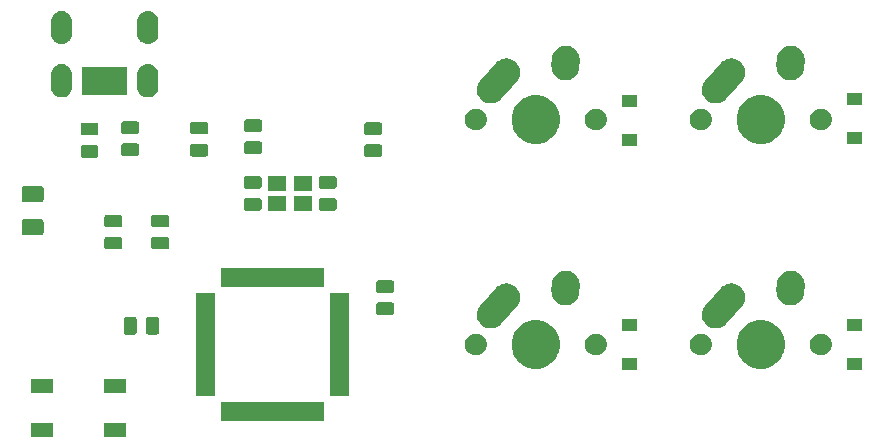
<source format=gbs>
G04 #@! TF.GenerationSoftware,KiCad,Pcbnew,(5.1.4)-1*
G04 #@! TF.CreationDate,2020-10-19T04:21:44-07:00*
G04 #@! TF.ProjectId,test-pcb,74657374-2d70-4636-922e-6b696361645f,rev?*
G04 #@! TF.SameCoordinates,Original*
G04 #@! TF.FileFunction,Soldermask,Bot*
G04 #@! TF.FilePolarity,Negative*
%FSLAX46Y46*%
G04 Gerber Fmt 4.6, Leading zero omitted, Abs format (unit mm)*
G04 Created by KiCad (PCBNEW (5.1.4)-1) date 2020-10-19 04:21:44*
%MOMM*%
%LPD*%
G04 APERTURE LIST*
%ADD10C,0.100000*%
G04 APERTURE END LIST*
D10*
G36*
X36765000Y-119727000D02*
G01*
X34863000Y-119727000D01*
X34863000Y-118525000D01*
X36765000Y-118525000D01*
X36765000Y-119727000D01*
X36765000Y-119727000D01*
G37*
G36*
X30565000Y-119727000D02*
G01*
X28663000Y-119727000D01*
X28663000Y-118525000D01*
X30565000Y-118525000D01*
X30565000Y-119727000D01*
X30565000Y-119727000D01*
G37*
G36*
X53475000Y-118419750D02*
G01*
X44823000Y-118419750D01*
X44823000Y-116817750D01*
X53475000Y-116817750D01*
X53475000Y-118419750D01*
X53475000Y-118419750D01*
G37*
G36*
X55650000Y-116244750D02*
G01*
X54048000Y-116244750D01*
X54048000Y-107592750D01*
X55650000Y-107592750D01*
X55650000Y-116244750D01*
X55650000Y-116244750D01*
G37*
G36*
X44250000Y-116244750D02*
G01*
X42648000Y-116244750D01*
X42648000Y-107592750D01*
X44250000Y-107592750D01*
X44250000Y-116244750D01*
X44250000Y-116244750D01*
G37*
G36*
X30565000Y-116027000D02*
G01*
X28663000Y-116027000D01*
X28663000Y-114825000D01*
X30565000Y-114825000D01*
X30565000Y-116027000D01*
X30565000Y-116027000D01*
G37*
G36*
X36765000Y-116027000D02*
G01*
X34863000Y-116027000D01*
X34863000Y-114825000D01*
X36765000Y-114825000D01*
X36765000Y-116027000D01*
X36765000Y-116027000D01*
G37*
G36*
X80026000Y-114069750D02*
G01*
X78724000Y-114069750D01*
X78724000Y-113067750D01*
X80026000Y-113067750D01*
X80026000Y-114069750D01*
X80026000Y-114069750D01*
G37*
G36*
X99076000Y-114069750D02*
G01*
X97774000Y-114069750D01*
X97774000Y-113067750D01*
X99076000Y-113067750D01*
X99076000Y-114069750D01*
X99076000Y-114069750D01*
G37*
G36*
X91083974Y-109952434D02*
G01*
X91301974Y-110042733D01*
X91456123Y-110106583D01*
X91791048Y-110330373D01*
X92075877Y-110615202D01*
X92299667Y-110950127D01*
X92347644Y-111065954D01*
X92453816Y-111322276D01*
X92532400Y-111717344D01*
X92532400Y-112120156D01*
X92453816Y-112515224D01*
X92402951Y-112638022D01*
X92299667Y-112887373D01*
X92075877Y-113222298D01*
X91791048Y-113507127D01*
X91456123Y-113730917D01*
X91301974Y-113794767D01*
X91083974Y-113885066D01*
X90688906Y-113963650D01*
X90286094Y-113963650D01*
X89891026Y-113885066D01*
X89673026Y-113794767D01*
X89518877Y-113730917D01*
X89183952Y-113507127D01*
X88899123Y-113222298D01*
X88675333Y-112887373D01*
X88572049Y-112638022D01*
X88521184Y-112515224D01*
X88442600Y-112120156D01*
X88442600Y-111717344D01*
X88521184Y-111322276D01*
X88627356Y-111065954D01*
X88675333Y-110950127D01*
X88899123Y-110615202D01*
X89183952Y-110330373D01*
X89518877Y-110106583D01*
X89673026Y-110042733D01*
X89891026Y-109952434D01*
X90286094Y-109873850D01*
X90688906Y-109873850D01*
X91083974Y-109952434D01*
X91083974Y-109952434D01*
G37*
G36*
X72033974Y-109952434D02*
G01*
X72251974Y-110042733D01*
X72406123Y-110106583D01*
X72741048Y-110330373D01*
X73025877Y-110615202D01*
X73249667Y-110950127D01*
X73297644Y-111065954D01*
X73403816Y-111322276D01*
X73482400Y-111717344D01*
X73482400Y-112120156D01*
X73403816Y-112515224D01*
X73352951Y-112638022D01*
X73249667Y-112887373D01*
X73025877Y-113222298D01*
X72741048Y-113507127D01*
X72406123Y-113730917D01*
X72251974Y-113794767D01*
X72033974Y-113885066D01*
X71638906Y-113963650D01*
X71236094Y-113963650D01*
X70841026Y-113885066D01*
X70623026Y-113794767D01*
X70468877Y-113730917D01*
X70133952Y-113507127D01*
X69849123Y-113222298D01*
X69625333Y-112887373D01*
X69522049Y-112638022D01*
X69471184Y-112515224D01*
X69392600Y-112120156D01*
X69392600Y-111717344D01*
X69471184Y-111322276D01*
X69577356Y-111065954D01*
X69625333Y-110950127D01*
X69849123Y-110615202D01*
X70133952Y-110330373D01*
X70468877Y-110106583D01*
X70623026Y-110042733D01*
X70841026Y-109952434D01*
X71236094Y-109873850D01*
X71638906Y-109873850D01*
X72033974Y-109952434D01*
X72033974Y-109952434D01*
G37*
G36*
X66627604Y-111028335D02*
G01*
X66796126Y-111098139D01*
X66947791Y-111199478D01*
X67076772Y-111328459D01*
X67178111Y-111480124D01*
X67247915Y-111648646D01*
X67283500Y-111827547D01*
X67283500Y-112009953D01*
X67247915Y-112188854D01*
X67178111Y-112357376D01*
X67076772Y-112509041D01*
X66947791Y-112638022D01*
X66796126Y-112739361D01*
X66627604Y-112809165D01*
X66448703Y-112844750D01*
X66266297Y-112844750D01*
X66087396Y-112809165D01*
X65918874Y-112739361D01*
X65767209Y-112638022D01*
X65638228Y-112509041D01*
X65536889Y-112357376D01*
X65467085Y-112188854D01*
X65431500Y-112009953D01*
X65431500Y-111827547D01*
X65467085Y-111648646D01*
X65536889Y-111480124D01*
X65638228Y-111328459D01*
X65767209Y-111199478D01*
X65918874Y-111098139D01*
X66087396Y-111028335D01*
X66266297Y-110992750D01*
X66448703Y-110992750D01*
X66627604Y-111028335D01*
X66627604Y-111028335D01*
G37*
G36*
X95837604Y-111028335D02*
G01*
X96006126Y-111098139D01*
X96157791Y-111199478D01*
X96286772Y-111328459D01*
X96388111Y-111480124D01*
X96457915Y-111648646D01*
X96493500Y-111827547D01*
X96493500Y-112009953D01*
X96457915Y-112188854D01*
X96388111Y-112357376D01*
X96286772Y-112509041D01*
X96157791Y-112638022D01*
X96006126Y-112739361D01*
X95837604Y-112809165D01*
X95658703Y-112844750D01*
X95476297Y-112844750D01*
X95297396Y-112809165D01*
X95128874Y-112739361D01*
X94977209Y-112638022D01*
X94848228Y-112509041D01*
X94746889Y-112357376D01*
X94677085Y-112188854D01*
X94641500Y-112009953D01*
X94641500Y-111827547D01*
X94677085Y-111648646D01*
X94746889Y-111480124D01*
X94848228Y-111328459D01*
X94977209Y-111199478D01*
X95128874Y-111098139D01*
X95297396Y-111028335D01*
X95476297Y-110992750D01*
X95658703Y-110992750D01*
X95837604Y-111028335D01*
X95837604Y-111028335D01*
G37*
G36*
X76787604Y-111028335D02*
G01*
X76956126Y-111098139D01*
X77107791Y-111199478D01*
X77236772Y-111328459D01*
X77338111Y-111480124D01*
X77407915Y-111648646D01*
X77443500Y-111827547D01*
X77443500Y-112009953D01*
X77407915Y-112188854D01*
X77338111Y-112357376D01*
X77236772Y-112509041D01*
X77107791Y-112638022D01*
X76956126Y-112739361D01*
X76787604Y-112809165D01*
X76608703Y-112844750D01*
X76426297Y-112844750D01*
X76247396Y-112809165D01*
X76078874Y-112739361D01*
X75927209Y-112638022D01*
X75798228Y-112509041D01*
X75696889Y-112357376D01*
X75627085Y-112188854D01*
X75591500Y-112009953D01*
X75591500Y-111827547D01*
X75627085Y-111648646D01*
X75696889Y-111480124D01*
X75798228Y-111328459D01*
X75927209Y-111199478D01*
X76078874Y-111098139D01*
X76247396Y-111028335D01*
X76426297Y-110992750D01*
X76608703Y-110992750D01*
X76787604Y-111028335D01*
X76787604Y-111028335D01*
G37*
G36*
X85677604Y-111028335D02*
G01*
X85846126Y-111098139D01*
X85997791Y-111199478D01*
X86126772Y-111328459D01*
X86228111Y-111480124D01*
X86297915Y-111648646D01*
X86333500Y-111827547D01*
X86333500Y-112009953D01*
X86297915Y-112188854D01*
X86228111Y-112357376D01*
X86126772Y-112509041D01*
X85997791Y-112638022D01*
X85846126Y-112739361D01*
X85677604Y-112809165D01*
X85498703Y-112844750D01*
X85316297Y-112844750D01*
X85137396Y-112809165D01*
X84968874Y-112739361D01*
X84817209Y-112638022D01*
X84688228Y-112509041D01*
X84586889Y-112357376D01*
X84517085Y-112188854D01*
X84481500Y-112009953D01*
X84481500Y-111827547D01*
X84517085Y-111648646D01*
X84586889Y-111480124D01*
X84688228Y-111328459D01*
X84817209Y-111199478D01*
X84968874Y-111098139D01*
X85137396Y-111028335D01*
X85316297Y-110992750D01*
X85498703Y-110992750D01*
X85677604Y-111028335D01*
X85677604Y-111028335D01*
G37*
G36*
X39345968Y-109584815D02*
G01*
X39384638Y-109596546D01*
X39420277Y-109615596D01*
X39451517Y-109641233D01*
X39477154Y-109672473D01*
X39496204Y-109708112D01*
X39507935Y-109746782D01*
X39512500Y-109793138D01*
X39512500Y-110869362D01*
X39507935Y-110915718D01*
X39496204Y-110954388D01*
X39477154Y-110990027D01*
X39451517Y-111021267D01*
X39420277Y-111046904D01*
X39384638Y-111065954D01*
X39345968Y-111077685D01*
X39299612Y-111082250D01*
X38648388Y-111082250D01*
X38602032Y-111077685D01*
X38563362Y-111065954D01*
X38527723Y-111046904D01*
X38496483Y-111021267D01*
X38470846Y-110990027D01*
X38451796Y-110954388D01*
X38440065Y-110915718D01*
X38435500Y-110869362D01*
X38435500Y-109793138D01*
X38440065Y-109746782D01*
X38451796Y-109708112D01*
X38470846Y-109672473D01*
X38496483Y-109641233D01*
X38527723Y-109615596D01*
X38563362Y-109596546D01*
X38602032Y-109584815D01*
X38648388Y-109580250D01*
X39299612Y-109580250D01*
X39345968Y-109584815D01*
X39345968Y-109584815D01*
G37*
G36*
X37470968Y-109584815D02*
G01*
X37509638Y-109596546D01*
X37545277Y-109615596D01*
X37576517Y-109641233D01*
X37602154Y-109672473D01*
X37621204Y-109708112D01*
X37632935Y-109746782D01*
X37637500Y-109793138D01*
X37637500Y-110869362D01*
X37632935Y-110915718D01*
X37621204Y-110954388D01*
X37602154Y-110990027D01*
X37576517Y-111021267D01*
X37545277Y-111046904D01*
X37509638Y-111065954D01*
X37470968Y-111077685D01*
X37424612Y-111082250D01*
X36773388Y-111082250D01*
X36727032Y-111077685D01*
X36688362Y-111065954D01*
X36652723Y-111046904D01*
X36621483Y-111021267D01*
X36595846Y-110990027D01*
X36576796Y-110954388D01*
X36565065Y-110915718D01*
X36560500Y-110869362D01*
X36560500Y-109793138D01*
X36565065Y-109746782D01*
X36576796Y-109708112D01*
X36595846Y-109672473D01*
X36621483Y-109641233D01*
X36652723Y-109615596D01*
X36688362Y-109596546D01*
X36727032Y-109584815D01*
X36773388Y-109580250D01*
X37424612Y-109580250D01*
X37470968Y-109584815D01*
X37470968Y-109584815D01*
G37*
G36*
X99076000Y-110769750D02*
G01*
X97774000Y-110769750D01*
X97774000Y-109767750D01*
X99076000Y-109767750D01*
X99076000Y-110769750D01*
X99076000Y-110769750D01*
G37*
G36*
X80026000Y-110769750D02*
G01*
X78724000Y-110769750D01*
X78724000Y-109767750D01*
X80026000Y-109767750D01*
X80026000Y-110769750D01*
X80026000Y-110769750D01*
G37*
G36*
X88010705Y-106742631D02*
G01*
X88016145Y-106742750D01*
X88103328Y-106742750D01*
X88119597Y-106745986D01*
X88138456Y-106748265D01*
X88155032Y-106748996D01*
X88239723Y-106769760D01*
X88245018Y-106770934D01*
X88330527Y-106787943D01*
X88345862Y-106794295D01*
X88363901Y-106800205D01*
X88380021Y-106804157D01*
X88459004Y-106841030D01*
X88463994Y-106843227D01*
X88544545Y-106876592D01*
X88558341Y-106885810D01*
X88574893Y-106895132D01*
X88589926Y-106902150D01*
X88660194Y-106953721D01*
X88664692Y-106956872D01*
X88737156Y-107005291D01*
X88748883Y-107017018D01*
X88763309Y-107029398D01*
X88776679Y-107039211D01*
X88776680Y-107039212D01*
X88835521Y-107103483D01*
X88839329Y-107107464D01*
X88900959Y-107169094D01*
X88910174Y-107182885D01*
X88921896Y-107197828D01*
X88933105Y-107210071D01*
X88978299Y-107284624D01*
X88981246Y-107289251D01*
X89029658Y-107361705D01*
X89036005Y-107377027D01*
X89044592Y-107393981D01*
X89053191Y-107408167D01*
X89082978Y-107490118D01*
X89084952Y-107495198D01*
X89118307Y-107575723D01*
X89118307Y-107575724D01*
X89121541Y-107591983D01*
X89126658Y-107610292D01*
X89132325Y-107625884D01*
X89145555Y-107712095D01*
X89146501Y-107717463D01*
X89163500Y-107802923D01*
X89163500Y-107819502D01*
X89164944Y-107838442D01*
X89167463Y-107854854D01*
X89163620Y-107941999D01*
X89163500Y-107947439D01*
X89163500Y-108034575D01*
X89160266Y-108050833D01*
X89157988Y-108069691D01*
X89157256Y-108086281D01*
X89136488Y-108170987D01*
X89135312Y-108176287D01*
X89118307Y-108261777D01*
X89111957Y-108277107D01*
X89106049Y-108295143D01*
X89102095Y-108311270D01*
X89065211Y-108390276D01*
X89063011Y-108395273D01*
X89029658Y-108475795D01*
X89020444Y-108489585D01*
X89011122Y-108506137D01*
X89004102Y-108521174D01*
X88952511Y-108591470D01*
X88949366Y-108595960D01*
X88900961Y-108668404D01*
X88843960Y-108725405D01*
X88839311Y-108730313D01*
X88269815Y-109365017D01*
X87514223Y-110207126D01*
X87386179Y-110324352D01*
X87287130Y-110384396D01*
X87188083Y-110444439D01*
X86970366Y-110523573D01*
X86741395Y-110558711D01*
X86509970Y-110548504D01*
X86284981Y-110493343D01*
X86180227Y-110444439D01*
X86075079Y-110395352D01*
X85978338Y-110324352D01*
X85888323Y-110258289D01*
X85813894Y-110176991D01*
X85731898Y-110087429D01*
X85650064Y-109952435D01*
X85611811Y-109889333D01*
X85532677Y-109671616D01*
X85497539Y-109442645D01*
X85507746Y-109211220D01*
X85562907Y-108986231D01*
X85614472Y-108875778D01*
X85660898Y-108776330D01*
X85660900Y-108776327D01*
X85763614Y-108636372D01*
X86518745Y-107794777D01*
X87050287Y-107202371D01*
X87061181Y-107188339D01*
X87074039Y-107169096D01*
X87131073Y-107112062D01*
X87135723Y-107107153D01*
X87150778Y-107090374D01*
X87172201Y-107070761D01*
X87176182Y-107066953D01*
X87237846Y-107005289D01*
X87251643Y-106996070D01*
X87266602Y-106984335D01*
X87278821Y-106973148D01*
X87310885Y-106953711D01*
X87353330Y-106927981D01*
X87357921Y-106925058D01*
X87430455Y-106876592D01*
X87445800Y-106870236D01*
X87462748Y-106861651D01*
X87476916Y-106853062D01*
X87476917Y-106853062D01*
X87476918Y-106853061D01*
X87558812Y-106823295D01*
X87563910Y-106821313D01*
X87644473Y-106787943D01*
X87660752Y-106784705D01*
X87679042Y-106779594D01*
X87694635Y-106773927D01*
X87780800Y-106760704D01*
X87786163Y-106759759D01*
X87871673Y-106742750D01*
X87888266Y-106742750D01*
X87907209Y-106741305D01*
X87923606Y-106738789D01*
X88010705Y-106742631D01*
X88010705Y-106742631D01*
G37*
G36*
X68960705Y-106742631D02*
G01*
X68966145Y-106742750D01*
X69053328Y-106742750D01*
X69069597Y-106745986D01*
X69088456Y-106748265D01*
X69105032Y-106748996D01*
X69189723Y-106769760D01*
X69195018Y-106770934D01*
X69280527Y-106787943D01*
X69295862Y-106794295D01*
X69313901Y-106800205D01*
X69330021Y-106804157D01*
X69409004Y-106841030D01*
X69413994Y-106843227D01*
X69494545Y-106876592D01*
X69508341Y-106885810D01*
X69524893Y-106895132D01*
X69539926Y-106902150D01*
X69610194Y-106953721D01*
X69614692Y-106956872D01*
X69687156Y-107005291D01*
X69698883Y-107017018D01*
X69713309Y-107029398D01*
X69726679Y-107039211D01*
X69726680Y-107039212D01*
X69785521Y-107103483D01*
X69789329Y-107107464D01*
X69850959Y-107169094D01*
X69860174Y-107182885D01*
X69871896Y-107197828D01*
X69883105Y-107210071D01*
X69928299Y-107284624D01*
X69931246Y-107289251D01*
X69979658Y-107361705D01*
X69986005Y-107377027D01*
X69994592Y-107393981D01*
X70003191Y-107408167D01*
X70032978Y-107490118D01*
X70034952Y-107495198D01*
X70068307Y-107575723D01*
X70068307Y-107575724D01*
X70071541Y-107591983D01*
X70076658Y-107610292D01*
X70082325Y-107625884D01*
X70095555Y-107712095D01*
X70096501Y-107717463D01*
X70113500Y-107802923D01*
X70113500Y-107819502D01*
X70114944Y-107838442D01*
X70117463Y-107854854D01*
X70113620Y-107941999D01*
X70113500Y-107947439D01*
X70113500Y-108034575D01*
X70110266Y-108050833D01*
X70107988Y-108069691D01*
X70107256Y-108086281D01*
X70086488Y-108170987D01*
X70085312Y-108176287D01*
X70068307Y-108261777D01*
X70061957Y-108277107D01*
X70056049Y-108295143D01*
X70052095Y-108311270D01*
X70015211Y-108390276D01*
X70013011Y-108395273D01*
X69979658Y-108475795D01*
X69970444Y-108489585D01*
X69961122Y-108506137D01*
X69954102Y-108521174D01*
X69902511Y-108591470D01*
X69899366Y-108595960D01*
X69850961Y-108668404D01*
X69793960Y-108725405D01*
X69789311Y-108730313D01*
X69219815Y-109365017D01*
X68464223Y-110207126D01*
X68336179Y-110324352D01*
X68237131Y-110384395D01*
X68138083Y-110444439D01*
X67920366Y-110523573D01*
X67691395Y-110558711D01*
X67459970Y-110548504D01*
X67234981Y-110493343D01*
X67130227Y-110444439D01*
X67025079Y-110395352D01*
X66928338Y-110324352D01*
X66838323Y-110258289D01*
X66763894Y-110176991D01*
X66681898Y-110087429D01*
X66600064Y-109952435D01*
X66561811Y-109889333D01*
X66482677Y-109671616D01*
X66447539Y-109442645D01*
X66457746Y-109211220D01*
X66512907Y-108986231D01*
X66564472Y-108875778D01*
X66610898Y-108776330D01*
X66610900Y-108776327D01*
X66713614Y-108636372D01*
X67468745Y-107794777D01*
X68000287Y-107202371D01*
X68011181Y-107188339D01*
X68024039Y-107169096D01*
X68081073Y-107112062D01*
X68085723Y-107107153D01*
X68100778Y-107090374D01*
X68122201Y-107070761D01*
X68126182Y-107066953D01*
X68187846Y-107005289D01*
X68201643Y-106996070D01*
X68216602Y-106984335D01*
X68228821Y-106973148D01*
X68260885Y-106953711D01*
X68303330Y-106927981D01*
X68307921Y-106925058D01*
X68380455Y-106876592D01*
X68395800Y-106870236D01*
X68412748Y-106861651D01*
X68426916Y-106853062D01*
X68426917Y-106853062D01*
X68426918Y-106853061D01*
X68508812Y-106823295D01*
X68513910Y-106821313D01*
X68594473Y-106787943D01*
X68610752Y-106784705D01*
X68629042Y-106779594D01*
X68644635Y-106773927D01*
X68730800Y-106760704D01*
X68736163Y-106759759D01*
X68821673Y-106742750D01*
X68838266Y-106742750D01*
X68857209Y-106741305D01*
X68873606Y-106738789D01*
X68960705Y-106742631D01*
X68960705Y-106742631D01*
G37*
G36*
X59258468Y-108353565D02*
G01*
X59297138Y-108365296D01*
X59332777Y-108384346D01*
X59364017Y-108409983D01*
X59389654Y-108441223D01*
X59408704Y-108476862D01*
X59420435Y-108515532D01*
X59425000Y-108561888D01*
X59425000Y-109213112D01*
X59420435Y-109259468D01*
X59408704Y-109298138D01*
X59389654Y-109333777D01*
X59364017Y-109365017D01*
X59332777Y-109390654D01*
X59297138Y-109409704D01*
X59258468Y-109421435D01*
X59212112Y-109426000D01*
X58135888Y-109426000D01*
X58089532Y-109421435D01*
X58050862Y-109409704D01*
X58015223Y-109390654D01*
X57983983Y-109365017D01*
X57958346Y-109333777D01*
X57939296Y-109298138D01*
X57927565Y-109259468D01*
X57923000Y-109213112D01*
X57923000Y-108561888D01*
X57927565Y-108515532D01*
X57939296Y-108476862D01*
X57958346Y-108441223D01*
X57983983Y-108409983D01*
X58015223Y-108384346D01*
X58050862Y-108365296D01*
X58089532Y-108353565D01*
X58135888Y-108349000D01*
X59212112Y-108349000D01*
X59258468Y-108353565D01*
X59258468Y-108353565D01*
G37*
G36*
X93115627Y-105661011D02*
G01*
X93136400Y-105662750D01*
X93143327Y-105662750D01*
X93238254Y-105681632D01*
X93241848Y-105682292D01*
X93337230Y-105698374D01*
X93343703Y-105700835D01*
X93363728Y-105706591D01*
X93370527Y-105707943D01*
X93432914Y-105733784D01*
X93459943Y-105744980D01*
X93463344Y-105746331D01*
X93553755Y-105780711D01*
X93559627Y-105784390D01*
X93578136Y-105793937D01*
X93584545Y-105796592D01*
X93665063Y-105850392D01*
X93668054Y-105852328D01*
X93750057Y-105903709D01*
X93755084Y-105908450D01*
X93771396Y-105921441D01*
X93777152Y-105925287D01*
X93845610Y-105993745D01*
X93848189Y-105996249D01*
X93918590Y-106062639D01*
X93922595Y-106068269D01*
X93936059Y-106084194D01*
X93940959Y-106089094D01*
X93994744Y-106169589D01*
X93996791Y-106172557D01*
X94052880Y-106251395D01*
X94055714Y-106257708D01*
X94065808Y-106275943D01*
X94069658Y-106281705D01*
X94106720Y-106371180D01*
X94108124Y-106374435D01*
X94147765Y-106462723D01*
X94149315Y-106469475D01*
X94155652Y-106489312D01*
X94158307Y-106495723D01*
X94166116Y-106534983D01*
X94177192Y-106590667D01*
X94177938Y-106594151D01*
X94199598Y-106688501D01*
X94199598Y-106688504D01*
X94199800Y-106695404D01*
X94202147Y-106716120D01*
X94203500Y-106722924D01*
X94203500Y-106819736D01*
X94203553Y-106823334D01*
X94204688Y-106862027D01*
X94203795Y-106874975D01*
X94203500Y-106883547D01*
X94203500Y-106954576D01*
X94197581Y-106984335D01*
X94197104Y-106986729D01*
X94195000Y-107002500D01*
X94156738Y-107557295D01*
X94127876Y-107728480D01*
X94045538Y-107945005D01*
X93922541Y-108141307D01*
X93763611Y-108309840D01*
X93574855Y-108444130D01*
X93363527Y-108539015D01*
X93137749Y-108590848D01*
X92906198Y-108597639D01*
X92906197Y-108597639D01*
X92860512Y-108589936D01*
X92677770Y-108559126D01*
X92461245Y-108476788D01*
X92264943Y-108353791D01*
X92096410Y-108194861D01*
X91962120Y-108006105D01*
X91867235Y-107794777D01*
X91815402Y-107568999D01*
X91810312Y-107395473D01*
X91851204Y-106802544D01*
X91851500Y-106793946D01*
X91851500Y-106722925D01*
X91856974Y-106695404D01*
X91870388Y-106627969D01*
X91871044Y-106624395D01*
X91876731Y-106590667D01*
X91887124Y-106529020D01*
X91889585Y-106522549D01*
X91895342Y-106502517D01*
X91896693Y-106495724D01*
X91903548Y-106479174D01*
X91933764Y-106406226D01*
X91935053Y-106402980D01*
X91969462Y-106312495D01*
X91973136Y-106306631D01*
X91982687Y-106288115D01*
X91985342Y-106281705D01*
X92039157Y-106201165D01*
X92041077Y-106198199D01*
X92092459Y-106116193D01*
X92097211Y-106111154D01*
X92110189Y-106094857D01*
X92114037Y-106089098D01*
X92182493Y-106020642D01*
X92185046Y-106018012D01*
X92205523Y-105996298D01*
X92251389Y-105947660D01*
X92257021Y-105943653D01*
X92272947Y-105930188D01*
X92277846Y-105925289D01*
X92358324Y-105871516D01*
X92361306Y-105869460D01*
X92440145Y-105813370D01*
X92446455Y-105810537D01*
X92464694Y-105800441D01*
X92470451Y-105796594D01*
X92470454Y-105796593D01*
X92470455Y-105796592D01*
X92559929Y-105759531D01*
X92563187Y-105758125D01*
X92651473Y-105718485D01*
X92658225Y-105716935D01*
X92678062Y-105710598D01*
X92684473Y-105707943D01*
X92779399Y-105689061D01*
X92782946Y-105688301D01*
X92877251Y-105666651D01*
X92879630Y-105666581D01*
X92884165Y-105666448D01*
X92904881Y-105664101D01*
X92911674Y-105662750D01*
X93008459Y-105662750D01*
X93012084Y-105662697D01*
X93108802Y-105659860D01*
X93115627Y-105661011D01*
X93115627Y-105661011D01*
G37*
G36*
X74065627Y-105661011D02*
G01*
X74086400Y-105662750D01*
X74093327Y-105662750D01*
X74188254Y-105681632D01*
X74191848Y-105682292D01*
X74287230Y-105698374D01*
X74293703Y-105700835D01*
X74313728Y-105706591D01*
X74320527Y-105707943D01*
X74382914Y-105733784D01*
X74409943Y-105744980D01*
X74413344Y-105746331D01*
X74503755Y-105780711D01*
X74509627Y-105784390D01*
X74528136Y-105793937D01*
X74534545Y-105796592D01*
X74615063Y-105850392D01*
X74618054Y-105852328D01*
X74700057Y-105903709D01*
X74705084Y-105908450D01*
X74721396Y-105921441D01*
X74727152Y-105925287D01*
X74795610Y-105993745D01*
X74798189Y-105996249D01*
X74868590Y-106062639D01*
X74872595Y-106068269D01*
X74886059Y-106084194D01*
X74890959Y-106089094D01*
X74944744Y-106169589D01*
X74946791Y-106172557D01*
X75002880Y-106251395D01*
X75005714Y-106257708D01*
X75015808Y-106275943D01*
X75019658Y-106281705D01*
X75056720Y-106371180D01*
X75058124Y-106374435D01*
X75097765Y-106462723D01*
X75099315Y-106469475D01*
X75105652Y-106489312D01*
X75108307Y-106495723D01*
X75116116Y-106534983D01*
X75127192Y-106590667D01*
X75127938Y-106594151D01*
X75149598Y-106688501D01*
X75149598Y-106688504D01*
X75149800Y-106695404D01*
X75152147Y-106716120D01*
X75153500Y-106722924D01*
X75153500Y-106819736D01*
X75153553Y-106823334D01*
X75154688Y-106862027D01*
X75153795Y-106874975D01*
X75153500Y-106883547D01*
X75153500Y-106954576D01*
X75147581Y-106984335D01*
X75147104Y-106986729D01*
X75145000Y-107002500D01*
X75106738Y-107557295D01*
X75077876Y-107728480D01*
X74995538Y-107945005D01*
X74872541Y-108141307D01*
X74713611Y-108309840D01*
X74524855Y-108444130D01*
X74313527Y-108539015D01*
X74087749Y-108590848D01*
X73856198Y-108597639D01*
X73856197Y-108597639D01*
X73810512Y-108589936D01*
X73627770Y-108559126D01*
X73411245Y-108476788D01*
X73214943Y-108353791D01*
X73046410Y-108194861D01*
X72912120Y-108006105D01*
X72817235Y-107794777D01*
X72765402Y-107568999D01*
X72760312Y-107395473D01*
X72801204Y-106802544D01*
X72801500Y-106793946D01*
X72801500Y-106722925D01*
X72806974Y-106695404D01*
X72820388Y-106627969D01*
X72821044Y-106624395D01*
X72826731Y-106590667D01*
X72837124Y-106529020D01*
X72839585Y-106522549D01*
X72845342Y-106502517D01*
X72846693Y-106495724D01*
X72853548Y-106479174D01*
X72883764Y-106406226D01*
X72885053Y-106402980D01*
X72919462Y-106312495D01*
X72923136Y-106306631D01*
X72932687Y-106288115D01*
X72935342Y-106281705D01*
X72989157Y-106201165D01*
X72991077Y-106198199D01*
X73042459Y-106116193D01*
X73047211Y-106111154D01*
X73060189Y-106094857D01*
X73064037Y-106089098D01*
X73132493Y-106020642D01*
X73135046Y-106018012D01*
X73155523Y-105996298D01*
X73201389Y-105947660D01*
X73207021Y-105943653D01*
X73222947Y-105930188D01*
X73227846Y-105925289D01*
X73308324Y-105871516D01*
X73311306Y-105869460D01*
X73390145Y-105813370D01*
X73396455Y-105810537D01*
X73414694Y-105800441D01*
X73420451Y-105796594D01*
X73420454Y-105796593D01*
X73420455Y-105796592D01*
X73509929Y-105759531D01*
X73513187Y-105758125D01*
X73601473Y-105718485D01*
X73608225Y-105716935D01*
X73628062Y-105710598D01*
X73634473Y-105707943D01*
X73729399Y-105689061D01*
X73732946Y-105688301D01*
X73827251Y-105666651D01*
X73829630Y-105666581D01*
X73834165Y-105666448D01*
X73854881Y-105664101D01*
X73861674Y-105662750D01*
X73958459Y-105662750D01*
X73962084Y-105662697D01*
X74058802Y-105659860D01*
X74065627Y-105661011D01*
X74065627Y-105661011D01*
G37*
G36*
X59258468Y-106478565D02*
G01*
X59297138Y-106490296D01*
X59332777Y-106509346D01*
X59364017Y-106534983D01*
X59389654Y-106566223D01*
X59408704Y-106601862D01*
X59420435Y-106640532D01*
X59425000Y-106686888D01*
X59425000Y-107338112D01*
X59420435Y-107384468D01*
X59408704Y-107423138D01*
X59389654Y-107458777D01*
X59364017Y-107490017D01*
X59332777Y-107515654D01*
X59297138Y-107534704D01*
X59258468Y-107546435D01*
X59212112Y-107551000D01*
X58135888Y-107551000D01*
X58089532Y-107546435D01*
X58050862Y-107534704D01*
X58015223Y-107515654D01*
X57983983Y-107490017D01*
X57958346Y-107458777D01*
X57939296Y-107423138D01*
X57927565Y-107384468D01*
X57923000Y-107338112D01*
X57923000Y-106686888D01*
X57927565Y-106640532D01*
X57939296Y-106601862D01*
X57958346Y-106566223D01*
X57983983Y-106534983D01*
X58015223Y-106509346D01*
X58050862Y-106490296D01*
X58089532Y-106478565D01*
X58135888Y-106474000D01*
X59212112Y-106474000D01*
X59258468Y-106478565D01*
X59258468Y-106478565D01*
G37*
G36*
X53475000Y-107019750D02*
G01*
X44823000Y-107019750D01*
X44823000Y-105417750D01*
X53475000Y-105417750D01*
X53475000Y-107019750D01*
X53475000Y-107019750D01*
G37*
G36*
X40208468Y-102797315D02*
G01*
X40247138Y-102809046D01*
X40282777Y-102828096D01*
X40314017Y-102853733D01*
X40339654Y-102884973D01*
X40358704Y-102920612D01*
X40370435Y-102959282D01*
X40375000Y-103005638D01*
X40375000Y-103656862D01*
X40370435Y-103703218D01*
X40358704Y-103741888D01*
X40339654Y-103777527D01*
X40314017Y-103808767D01*
X40282777Y-103834404D01*
X40247138Y-103853454D01*
X40208468Y-103865185D01*
X40162112Y-103869750D01*
X39085888Y-103869750D01*
X39039532Y-103865185D01*
X39000862Y-103853454D01*
X38965223Y-103834404D01*
X38933983Y-103808767D01*
X38908346Y-103777527D01*
X38889296Y-103741888D01*
X38877565Y-103703218D01*
X38873000Y-103656862D01*
X38873000Y-103005638D01*
X38877565Y-102959282D01*
X38889296Y-102920612D01*
X38908346Y-102884973D01*
X38933983Y-102853733D01*
X38965223Y-102828096D01*
X39000862Y-102809046D01*
X39039532Y-102797315D01*
X39085888Y-102792750D01*
X40162112Y-102792750D01*
X40208468Y-102797315D01*
X40208468Y-102797315D01*
G37*
G36*
X36239718Y-102797315D02*
G01*
X36278388Y-102809046D01*
X36314027Y-102828096D01*
X36345267Y-102853733D01*
X36370904Y-102884973D01*
X36389954Y-102920612D01*
X36401685Y-102959282D01*
X36406250Y-103005638D01*
X36406250Y-103656862D01*
X36401685Y-103703218D01*
X36389954Y-103741888D01*
X36370904Y-103777527D01*
X36345267Y-103808767D01*
X36314027Y-103834404D01*
X36278388Y-103853454D01*
X36239718Y-103865185D01*
X36193362Y-103869750D01*
X35117138Y-103869750D01*
X35070782Y-103865185D01*
X35032112Y-103853454D01*
X34996473Y-103834404D01*
X34965233Y-103808767D01*
X34939596Y-103777527D01*
X34920546Y-103741888D01*
X34908815Y-103703218D01*
X34904250Y-103656862D01*
X34904250Y-103005638D01*
X34908815Y-102959282D01*
X34920546Y-102920612D01*
X34939596Y-102884973D01*
X34965233Y-102853733D01*
X34996473Y-102828096D01*
X35032112Y-102809046D01*
X35070782Y-102797315D01*
X35117138Y-102792750D01*
X36193362Y-102792750D01*
X36239718Y-102797315D01*
X36239718Y-102797315D01*
G37*
G36*
X29597604Y-101309347D02*
G01*
X29634144Y-101320432D01*
X29667821Y-101338433D01*
X29697341Y-101362659D01*
X29721567Y-101392179D01*
X29739568Y-101425856D01*
X29750653Y-101462396D01*
X29755000Y-101506538D01*
X29755000Y-102455462D01*
X29750653Y-102499604D01*
X29739568Y-102536144D01*
X29721567Y-102569821D01*
X29697341Y-102599341D01*
X29667821Y-102623567D01*
X29634144Y-102641568D01*
X29597604Y-102652653D01*
X29553462Y-102657000D01*
X28104538Y-102657000D01*
X28060396Y-102652653D01*
X28023856Y-102641568D01*
X27990179Y-102623567D01*
X27960659Y-102599341D01*
X27936433Y-102569821D01*
X27918432Y-102536144D01*
X27907347Y-102499604D01*
X27903000Y-102455462D01*
X27903000Y-101506538D01*
X27907347Y-101462396D01*
X27918432Y-101425856D01*
X27936433Y-101392179D01*
X27960659Y-101362659D01*
X27990179Y-101338433D01*
X28023856Y-101320432D01*
X28060396Y-101309347D01*
X28104538Y-101305000D01*
X29553462Y-101305000D01*
X29597604Y-101309347D01*
X29597604Y-101309347D01*
G37*
G36*
X40208468Y-100922315D02*
G01*
X40247138Y-100934046D01*
X40282777Y-100953096D01*
X40314017Y-100978733D01*
X40339654Y-101009973D01*
X40358704Y-101045612D01*
X40370435Y-101084282D01*
X40375000Y-101130638D01*
X40375000Y-101781862D01*
X40370435Y-101828218D01*
X40358704Y-101866888D01*
X40339654Y-101902527D01*
X40314017Y-101933767D01*
X40282777Y-101959404D01*
X40247138Y-101978454D01*
X40208468Y-101990185D01*
X40162112Y-101994750D01*
X39085888Y-101994750D01*
X39039532Y-101990185D01*
X39000862Y-101978454D01*
X38965223Y-101959404D01*
X38933983Y-101933767D01*
X38908346Y-101902527D01*
X38889296Y-101866888D01*
X38877565Y-101828218D01*
X38873000Y-101781862D01*
X38873000Y-101130638D01*
X38877565Y-101084282D01*
X38889296Y-101045612D01*
X38908346Y-101009973D01*
X38933983Y-100978733D01*
X38965223Y-100953096D01*
X39000862Y-100934046D01*
X39039532Y-100922315D01*
X39085888Y-100917750D01*
X40162112Y-100917750D01*
X40208468Y-100922315D01*
X40208468Y-100922315D01*
G37*
G36*
X36239718Y-100922315D02*
G01*
X36278388Y-100934046D01*
X36314027Y-100953096D01*
X36345267Y-100978733D01*
X36370904Y-101009973D01*
X36389954Y-101045612D01*
X36401685Y-101084282D01*
X36406250Y-101130638D01*
X36406250Y-101781862D01*
X36401685Y-101828218D01*
X36389954Y-101866888D01*
X36370904Y-101902527D01*
X36345267Y-101933767D01*
X36314027Y-101959404D01*
X36278388Y-101978454D01*
X36239718Y-101990185D01*
X36193362Y-101994750D01*
X35117138Y-101994750D01*
X35070782Y-101990185D01*
X35032112Y-101978454D01*
X34996473Y-101959404D01*
X34965233Y-101933767D01*
X34939596Y-101902527D01*
X34920546Y-101866888D01*
X34908815Y-101828218D01*
X34904250Y-101781862D01*
X34904250Y-101130638D01*
X34908815Y-101084282D01*
X34920546Y-101045612D01*
X34939596Y-101009973D01*
X34965233Y-100978733D01*
X34996473Y-100953096D01*
X35032112Y-100934046D01*
X35070782Y-100922315D01*
X35117138Y-100917750D01*
X36193362Y-100917750D01*
X36239718Y-100922315D01*
X36239718Y-100922315D01*
G37*
G36*
X52492250Y-100624500D02*
G01*
X50990250Y-100624500D01*
X50990250Y-99322500D01*
X52492250Y-99322500D01*
X52492250Y-100624500D01*
X52492250Y-100624500D01*
G37*
G36*
X50292250Y-100624500D02*
G01*
X48790250Y-100624500D01*
X48790250Y-99322500D01*
X50292250Y-99322500D01*
X50292250Y-100624500D01*
X50292250Y-100624500D01*
G37*
G36*
X48050718Y-99527065D02*
G01*
X48089388Y-99538796D01*
X48125027Y-99557846D01*
X48156267Y-99583483D01*
X48181904Y-99614723D01*
X48200954Y-99650362D01*
X48212685Y-99689032D01*
X48217250Y-99735388D01*
X48217250Y-100386612D01*
X48212685Y-100432968D01*
X48200954Y-100471638D01*
X48181904Y-100507277D01*
X48156267Y-100538517D01*
X48125027Y-100564154D01*
X48089388Y-100583204D01*
X48050718Y-100594935D01*
X48004362Y-100599500D01*
X46928138Y-100599500D01*
X46881782Y-100594935D01*
X46843112Y-100583204D01*
X46807473Y-100564154D01*
X46776233Y-100538517D01*
X46750596Y-100507277D01*
X46731546Y-100471638D01*
X46719815Y-100432968D01*
X46715250Y-100386612D01*
X46715250Y-99735388D01*
X46719815Y-99689032D01*
X46731546Y-99650362D01*
X46750596Y-99614723D01*
X46776233Y-99583483D01*
X46807473Y-99557846D01*
X46843112Y-99538796D01*
X46881782Y-99527065D01*
X46928138Y-99522500D01*
X48004362Y-99522500D01*
X48050718Y-99527065D01*
X48050718Y-99527065D01*
G37*
G36*
X54400718Y-99527065D02*
G01*
X54439388Y-99538796D01*
X54475027Y-99557846D01*
X54506267Y-99583483D01*
X54531904Y-99614723D01*
X54550954Y-99650362D01*
X54562685Y-99689032D01*
X54567250Y-99735388D01*
X54567250Y-100386612D01*
X54562685Y-100432968D01*
X54550954Y-100471638D01*
X54531904Y-100507277D01*
X54506267Y-100538517D01*
X54475027Y-100564154D01*
X54439388Y-100583204D01*
X54400718Y-100594935D01*
X54354362Y-100599500D01*
X53278138Y-100599500D01*
X53231782Y-100594935D01*
X53193112Y-100583204D01*
X53157473Y-100564154D01*
X53126233Y-100538517D01*
X53100596Y-100507277D01*
X53081546Y-100471638D01*
X53069815Y-100432968D01*
X53065250Y-100386612D01*
X53065250Y-99735388D01*
X53069815Y-99689032D01*
X53081546Y-99650362D01*
X53100596Y-99614723D01*
X53126233Y-99583483D01*
X53157473Y-99557846D01*
X53193112Y-99538796D01*
X53231782Y-99527065D01*
X53278138Y-99522500D01*
X54354362Y-99522500D01*
X54400718Y-99527065D01*
X54400718Y-99527065D01*
G37*
G36*
X29597604Y-98509347D02*
G01*
X29634144Y-98520432D01*
X29667821Y-98538433D01*
X29697341Y-98562659D01*
X29721567Y-98592179D01*
X29739568Y-98625856D01*
X29750653Y-98662396D01*
X29755000Y-98706538D01*
X29755000Y-99655462D01*
X29750653Y-99699604D01*
X29739568Y-99736144D01*
X29721567Y-99769821D01*
X29697341Y-99799341D01*
X29667821Y-99823567D01*
X29634144Y-99841568D01*
X29597604Y-99852653D01*
X29553462Y-99857000D01*
X28104538Y-99857000D01*
X28060396Y-99852653D01*
X28023856Y-99841568D01*
X27990179Y-99823567D01*
X27960659Y-99799341D01*
X27936433Y-99769821D01*
X27918432Y-99736144D01*
X27907347Y-99699604D01*
X27903000Y-99655462D01*
X27903000Y-98706538D01*
X27907347Y-98662396D01*
X27918432Y-98625856D01*
X27936433Y-98592179D01*
X27960659Y-98562659D01*
X27990179Y-98538433D01*
X28023856Y-98520432D01*
X28060396Y-98509347D01*
X28104538Y-98505000D01*
X29553462Y-98505000D01*
X29597604Y-98509347D01*
X29597604Y-98509347D01*
G37*
G36*
X52492250Y-98924500D02*
G01*
X50990250Y-98924500D01*
X50990250Y-97622500D01*
X52492250Y-97622500D01*
X52492250Y-98924500D01*
X52492250Y-98924500D01*
G37*
G36*
X50292250Y-98924500D02*
G01*
X48790250Y-98924500D01*
X48790250Y-97622500D01*
X50292250Y-97622500D01*
X50292250Y-98924500D01*
X50292250Y-98924500D01*
G37*
G36*
X48050718Y-97652065D02*
G01*
X48089388Y-97663796D01*
X48125027Y-97682846D01*
X48156267Y-97708483D01*
X48181904Y-97739723D01*
X48200954Y-97775362D01*
X48212685Y-97814032D01*
X48217250Y-97860388D01*
X48217250Y-98511612D01*
X48212685Y-98557968D01*
X48200954Y-98596638D01*
X48181904Y-98632277D01*
X48156267Y-98663517D01*
X48125027Y-98689154D01*
X48089388Y-98708204D01*
X48050718Y-98719935D01*
X48004362Y-98724500D01*
X46928138Y-98724500D01*
X46881782Y-98719935D01*
X46843112Y-98708204D01*
X46807473Y-98689154D01*
X46776233Y-98663517D01*
X46750596Y-98632277D01*
X46731546Y-98596638D01*
X46719815Y-98557968D01*
X46715250Y-98511612D01*
X46715250Y-97860388D01*
X46719815Y-97814032D01*
X46731546Y-97775362D01*
X46750596Y-97739723D01*
X46776233Y-97708483D01*
X46807473Y-97682846D01*
X46843112Y-97663796D01*
X46881782Y-97652065D01*
X46928138Y-97647500D01*
X48004362Y-97647500D01*
X48050718Y-97652065D01*
X48050718Y-97652065D01*
G37*
G36*
X54400718Y-97652065D02*
G01*
X54439388Y-97663796D01*
X54475027Y-97682846D01*
X54506267Y-97708483D01*
X54531904Y-97739723D01*
X54550954Y-97775362D01*
X54562685Y-97814032D01*
X54567250Y-97860388D01*
X54567250Y-98511612D01*
X54562685Y-98557968D01*
X54550954Y-98596638D01*
X54531904Y-98632277D01*
X54506267Y-98663517D01*
X54475027Y-98689154D01*
X54439388Y-98708204D01*
X54400718Y-98719935D01*
X54354362Y-98724500D01*
X53278138Y-98724500D01*
X53231782Y-98719935D01*
X53193112Y-98708204D01*
X53157473Y-98689154D01*
X53126233Y-98663517D01*
X53100596Y-98632277D01*
X53081546Y-98596638D01*
X53069815Y-98557968D01*
X53065250Y-98511612D01*
X53065250Y-97860388D01*
X53069815Y-97814032D01*
X53081546Y-97775362D01*
X53100596Y-97739723D01*
X53126233Y-97708483D01*
X53157473Y-97682846D01*
X53193112Y-97663796D01*
X53231782Y-97652065D01*
X53278138Y-97647500D01*
X54354362Y-97647500D01*
X54400718Y-97652065D01*
X54400718Y-97652065D01*
G37*
G36*
X34239468Y-95018565D02*
G01*
X34278138Y-95030296D01*
X34313777Y-95049346D01*
X34345017Y-95074983D01*
X34370654Y-95106223D01*
X34389704Y-95141862D01*
X34401435Y-95180532D01*
X34406000Y-95226888D01*
X34406000Y-95878112D01*
X34401435Y-95924468D01*
X34389704Y-95963138D01*
X34370654Y-95998777D01*
X34345017Y-96030017D01*
X34313777Y-96055654D01*
X34278138Y-96074704D01*
X34239468Y-96086435D01*
X34193112Y-96091000D01*
X33116888Y-96091000D01*
X33070532Y-96086435D01*
X33031862Y-96074704D01*
X32996223Y-96055654D01*
X32964983Y-96030017D01*
X32939346Y-95998777D01*
X32920296Y-95963138D01*
X32908565Y-95924468D01*
X32904000Y-95878112D01*
X32904000Y-95226888D01*
X32908565Y-95180532D01*
X32920296Y-95141862D01*
X32939346Y-95106223D01*
X32964983Y-95074983D01*
X32996223Y-95049346D01*
X33031862Y-95030296D01*
X33070532Y-95018565D01*
X33116888Y-95014000D01*
X34193112Y-95014000D01*
X34239468Y-95018565D01*
X34239468Y-95018565D01*
G37*
G36*
X58242468Y-94970065D02*
G01*
X58281138Y-94981796D01*
X58316777Y-95000846D01*
X58348017Y-95026483D01*
X58373654Y-95057723D01*
X58392704Y-95093362D01*
X58404435Y-95132032D01*
X58409000Y-95178388D01*
X58409000Y-95829612D01*
X58404435Y-95875968D01*
X58392704Y-95914638D01*
X58373654Y-95950277D01*
X58348017Y-95981517D01*
X58316777Y-96007154D01*
X58281138Y-96026204D01*
X58242468Y-96037935D01*
X58196112Y-96042500D01*
X57119888Y-96042500D01*
X57073532Y-96037935D01*
X57034862Y-96026204D01*
X56999223Y-96007154D01*
X56967983Y-95981517D01*
X56942346Y-95950277D01*
X56923296Y-95914638D01*
X56911565Y-95875968D01*
X56907000Y-95829612D01*
X56907000Y-95178388D01*
X56911565Y-95132032D01*
X56923296Y-95093362D01*
X56942346Y-95057723D01*
X56967983Y-95026483D01*
X56999223Y-95000846D01*
X57034862Y-94981796D01*
X57073532Y-94970065D01*
X57119888Y-94965500D01*
X58196112Y-94965500D01*
X58242468Y-94970065D01*
X58242468Y-94970065D01*
G37*
G36*
X43510468Y-94940065D02*
G01*
X43549138Y-94951796D01*
X43584777Y-94970846D01*
X43616017Y-94996483D01*
X43641654Y-95027723D01*
X43660704Y-95063362D01*
X43672435Y-95102032D01*
X43677000Y-95148388D01*
X43677000Y-95799612D01*
X43672435Y-95845968D01*
X43660704Y-95884638D01*
X43641654Y-95920277D01*
X43616017Y-95951517D01*
X43584777Y-95977154D01*
X43549138Y-95996204D01*
X43510468Y-96007935D01*
X43464112Y-96012500D01*
X42387888Y-96012500D01*
X42341532Y-96007935D01*
X42302862Y-95996204D01*
X42267223Y-95977154D01*
X42235983Y-95951517D01*
X42210346Y-95920277D01*
X42191296Y-95884638D01*
X42179565Y-95845968D01*
X42175000Y-95799612D01*
X42175000Y-95148388D01*
X42179565Y-95102032D01*
X42191296Y-95063362D01*
X42210346Y-95027723D01*
X42235983Y-94996483D01*
X42267223Y-94970846D01*
X42302862Y-94951796D01*
X42341532Y-94940065D01*
X42387888Y-94935500D01*
X43464112Y-94935500D01*
X43510468Y-94940065D01*
X43510468Y-94940065D01*
G37*
G36*
X37668468Y-94891565D02*
G01*
X37707138Y-94903296D01*
X37742777Y-94922346D01*
X37774017Y-94947983D01*
X37799654Y-94979223D01*
X37818704Y-95014862D01*
X37830435Y-95053532D01*
X37835000Y-95099888D01*
X37835000Y-95751112D01*
X37830435Y-95797468D01*
X37818704Y-95836138D01*
X37799654Y-95871777D01*
X37774017Y-95903017D01*
X37742777Y-95928654D01*
X37707138Y-95947704D01*
X37668468Y-95959435D01*
X37622112Y-95964000D01*
X36545888Y-95964000D01*
X36499532Y-95959435D01*
X36460862Y-95947704D01*
X36425223Y-95928654D01*
X36393983Y-95903017D01*
X36368346Y-95871777D01*
X36349296Y-95836138D01*
X36337565Y-95797468D01*
X36333000Y-95751112D01*
X36333000Y-95099888D01*
X36337565Y-95053532D01*
X36349296Y-95014862D01*
X36368346Y-94979223D01*
X36393983Y-94947983D01*
X36425223Y-94922346D01*
X36460862Y-94903296D01*
X36499532Y-94891565D01*
X36545888Y-94887000D01*
X37622112Y-94887000D01*
X37668468Y-94891565D01*
X37668468Y-94891565D01*
G37*
G36*
X48082468Y-94716065D02*
G01*
X48121138Y-94727796D01*
X48156777Y-94746846D01*
X48188017Y-94772483D01*
X48213654Y-94803723D01*
X48232704Y-94839362D01*
X48244435Y-94878032D01*
X48249000Y-94924388D01*
X48249000Y-95575612D01*
X48244435Y-95621968D01*
X48232704Y-95660638D01*
X48213654Y-95696277D01*
X48188017Y-95727517D01*
X48156777Y-95753154D01*
X48121138Y-95772204D01*
X48082468Y-95783935D01*
X48036112Y-95788500D01*
X46959888Y-95788500D01*
X46913532Y-95783935D01*
X46874862Y-95772204D01*
X46839223Y-95753154D01*
X46807983Y-95727517D01*
X46782346Y-95696277D01*
X46763296Y-95660638D01*
X46751565Y-95621968D01*
X46747000Y-95575612D01*
X46747000Y-94924388D01*
X46751565Y-94878032D01*
X46763296Y-94839362D01*
X46782346Y-94803723D01*
X46807983Y-94772483D01*
X46839223Y-94746846D01*
X46874862Y-94727796D01*
X46913532Y-94716065D01*
X46959888Y-94711500D01*
X48036112Y-94711500D01*
X48082468Y-94716065D01*
X48082468Y-94716065D01*
G37*
G36*
X80026000Y-95082250D02*
G01*
X78724000Y-95082250D01*
X78724000Y-94080250D01*
X80026000Y-94080250D01*
X80026000Y-95082250D01*
X80026000Y-95082250D01*
G37*
G36*
X99076000Y-94957250D02*
G01*
X97774000Y-94957250D01*
X97774000Y-93955250D01*
X99076000Y-93955250D01*
X99076000Y-94957250D01*
X99076000Y-94957250D01*
G37*
G36*
X72033974Y-90902434D02*
G01*
X72216317Y-90977963D01*
X72406123Y-91056583D01*
X72741048Y-91280373D01*
X73025877Y-91565202D01*
X73249667Y-91900127D01*
X73282062Y-91978336D01*
X73403816Y-92272276D01*
X73482400Y-92667344D01*
X73482400Y-93070156D01*
X73403816Y-93465224D01*
X73352951Y-93588022D01*
X73249667Y-93837373D01*
X73025877Y-94172298D01*
X72741048Y-94457127D01*
X72406123Y-94680917D01*
X72282809Y-94731995D01*
X72033974Y-94835066D01*
X71638906Y-94913650D01*
X71236094Y-94913650D01*
X70841026Y-94835066D01*
X70592191Y-94731995D01*
X70468877Y-94680917D01*
X70133952Y-94457127D01*
X69849123Y-94172298D01*
X69625333Y-93837373D01*
X69522049Y-93588022D01*
X69471184Y-93465224D01*
X69392600Y-93070156D01*
X69392600Y-92667344D01*
X69471184Y-92272276D01*
X69592938Y-91978336D01*
X69625333Y-91900127D01*
X69849123Y-91565202D01*
X70133952Y-91280373D01*
X70468877Y-91056583D01*
X70658683Y-90977963D01*
X70841026Y-90902434D01*
X71236094Y-90823850D01*
X71638906Y-90823850D01*
X72033974Y-90902434D01*
X72033974Y-90902434D01*
G37*
G36*
X91083974Y-90902434D02*
G01*
X91266317Y-90977963D01*
X91456123Y-91056583D01*
X91791048Y-91280373D01*
X92075877Y-91565202D01*
X92299667Y-91900127D01*
X92332062Y-91978336D01*
X92453816Y-92272276D01*
X92532400Y-92667344D01*
X92532400Y-93070156D01*
X92453816Y-93465224D01*
X92402951Y-93588022D01*
X92299667Y-93837373D01*
X92075877Y-94172298D01*
X91791048Y-94457127D01*
X91456123Y-94680917D01*
X91332809Y-94731995D01*
X91083974Y-94835066D01*
X90688906Y-94913650D01*
X90286094Y-94913650D01*
X89891026Y-94835066D01*
X89642191Y-94731995D01*
X89518877Y-94680917D01*
X89183952Y-94457127D01*
X88899123Y-94172298D01*
X88675333Y-93837373D01*
X88572049Y-93588022D01*
X88521184Y-93465224D01*
X88442600Y-93070156D01*
X88442600Y-92667344D01*
X88521184Y-92272276D01*
X88642938Y-91978336D01*
X88675333Y-91900127D01*
X88899123Y-91565202D01*
X89183952Y-91280373D01*
X89518877Y-91056583D01*
X89708683Y-90977963D01*
X89891026Y-90902434D01*
X90286094Y-90823850D01*
X90688906Y-90823850D01*
X91083974Y-90902434D01*
X91083974Y-90902434D01*
G37*
G36*
X34239468Y-93143565D02*
G01*
X34278138Y-93155296D01*
X34313777Y-93174346D01*
X34345017Y-93199983D01*
X34370654Y-93231223D01*
X34389704Y-93266862D01*
X34401435Y-93305532D01*
X34406000Y-93351888D01*
X34406000Y-94003112D01*
X34401435Y-94049468D01*
X34389704Y-94088138D01*
X34370654Y-94123777D01*
X34345017Y-94155017D01*
X34313777Y-94180654D01*
X34278138Y-94199704D01*
X34239468Y-94211435D01*
X34193112Y-94216000D01*
X33116888Y-94216000D01*
X33070532Y-94211435D01*
X33031862Y-94199704D01*
X32996223Y-94180654D01*
X32964983Y-94155017D01*
X32939346Y-94123777D01*
X32920296Y-94088138D01*
X32908565Y-94049468D01*
X32904000Y-94003112D01*
X32904000Y-93351888D01*
X32908565Y-93305532D01*
X32920296Y-93266862D01*
X32939346Y-93231223D01*
X32964983Y-93199983D01*
X32996223Y-93174346D01*
X33031862Y-93155296D01*
X33070532Y-93143565D01*
X33116888Y-93139000D01*
X34193112Y-93139000D01*
X34239468Y-93143565D01*
X34239468Y-93143565D01*
G37*
G36*
X58242468Y-93095065D02*
G01*
X58281138Y-93106796D01*
X58316777Y-93125846D01*
X58348017Y-93151483D01*
X58373654Y-93182723D01*
X58392704Y-93218362D01*
X58404435Y-93257032D01*
X58409000Y-93303388D01*
X58409000Y-93954612D01*
X58404435Y-94000968D01*
X58392704Y-94039638D01*
X58373654Y-94075277D01*
X58348017Y-94106517D01*
X58316777Y-94132154D01*
X58281138Y-94151204D01*
X58242468Y-94162935D01*
X58196112Y-94167500D01*
X57119888Y-94167500D01*
X57073532Y-94162935D01*
X57034862Y-94151204D01*
X56999223Y-94132154D01*
X56967983Y-94106517D01*
X56942346Y-94075277D01*
X56923296Y-94039638D01*
X56911565Y-94000968D01*
X56907000Y-93954612D01*
X56907000Y-93303388D01*
X56911565Y-93257032D01*
X56923296Y-93218362D01*
X56942346Y-93182723D01*
X56967983Y-93151483D01*
X56999223Y-93125846D01*
X57034862Y-93106796D01*
X57073532Y-93095065D01*
X57119888Y-93090500D01*
X58196112Y-93090500D01*
X58242468Y-93095065D01*
X58242468Y-93095065D01*
G37*
G36*
X43510468Y-93065065D02*
G01*
X43549138Y-93076796D01*
X43584777Y-93095846D01*
X43616017Y-93121483D01*
X43641654Y-93152723D01*
X43660704Y-93188362D01*
X43672435Y-93227032D01*
X43677000Y-93273388D01*
X43677000Y-93924612D01*
X43672435Y-93970968D01*
X43660704Y-94009638D01*
X43641654Y-94045277D01*
X43616017Y-94076517D01*
X43584777Y-94102154D01*
X43549138Y-94121204D01*
X43510468Y-94132935D01*
X43464112Y-94137500D01*
X42387888Y-94137500D01*
X42341532Y-94132935D01*
X42302862Y-94121204D01*
X42267223Y-94102154D01*
X42235983Y-94076517D01*
X42210346Y-94045277D01*
X42191296Y-94009638D01*
X42179565Y-93970968D01*
X42175000Y-93924612D01*
X42175000Y-93273388D01*
X42179565Y-93227032D01*
X42191296Y-93188362D01*
X42210346Y-93152723D01*
X42235983Y-93121483D01*
X42267223Y-93095846D01*
X42302862Y-93076796D01*
X42341532Y-93065065D01*
X42387888Y-93060500D01*
X43464112Y-93060500D01*
X43510468Y-93065065D01*
X43510468Y-93065065D01*
G37*
G36*
X37668468Y-93016565D02*
G01*
X37707138Y-93028296D01*
X37742777Y-93047346D01*
X37774017Y-93072983D01*
X37799654Y-93104223D01*
X37818704Y-93139862D01*
X37830435Y-93178532D01*
X37835000Y-93224888D01*
X37835000Y-93876112D01*
X37830435Y-93922468D01*
X37818704Y-93961138D01*
X37799654Y-93996777D01*
X37774017Y-94028017D01*
X37742777Y-94053654D01*
X37707138Y-94072704D01*
X37668468Y-94084435D01*
X37622112Y-94089000D01*
X36545888Y-94089000D01*
X36499532Y-94084435D01*
X36460862Y-94072704D01*
X36425223Y-94053654D01*
X36393983Y-94028017D01*
X36368346Y-93996777D01*
X36349296Y-93961138D01*
X36337565Y-93922468D01*
X36333000Y-93876112D01*
X36333000Y-93224888D01*
X36337565Y-93178532D01*
X36349296Y-93139862D01*
X36368346Y-93104223D01*
X36393983Y-93072983D01*
X36425223Y-93047346D01*
X36460862Y-93028296D01*
X36499532Y-93016565D01*
X36545888Y-93012000D01*
X37622112Y-93012000D01*
X37668468Y-93016565D01*
X37668468Y-93016565D01*
G37*
G36*
X48082468Y-92841065D02*
G01*
X48121138Y-92852796D01*
X48156777Y-92871846D01*
X48188017Y-92897483D01*
X48213654Y-92928723D01*
X48232704Y-92964362D01*
X48244435Y-93003032D01*
X48249000Y-93049388D01*
X48249000Y-93700612D01*
X48244435Y-93746968D01*
X48232704Y-93785638D01*
X48213654Y-93821277D01*
X48188017Y-93852517D01*
X48156777Y-93878154D01*
X48121138Y-93897204D01*
X48082468Y-93908935D01*
X48036112Y-93913500D01*
X46959888Y-93913500D01*
X46913532Y-93908935D01*
X46874862Y-93897204D01*
X46839223Y-93878154D01*
X46807983Y-93852517D01*
X46782346Y-93821277D01*
X46763296Y-93785638D01*
X46751565Y-93746968D01*
X46747000Y-93700612D01*
X46747000Y-93049388D01*
X46751565Y-93003032D01*
X46763296Y-92964362D01*
X46782346Y-92928723D01*
X46807983Y-92897483D01*
X46839223Y-92871846D01*
X46874862Y-92852796D01*
X46913532Y-92841065D01*
X46959888Y-92836500D01*
X48036112Y-92836500D01*
X48082468Y-92841065D01*
X48082468Y-92841065D01*
G37*
G36*
X85677604Y-91978335D02*
G01*
X85846126Y-92048139D01*
X85997791Y-92149478D01*
X86126772Y-92278459D01*
X86228111Y-92430124D01*
X86297915Y-92598646D01*
X86333500Y-92777547D01*
X86333500Y-92959953D01*
X86297915Y-93138854D01*
X86228111Y-93307376D01*
X86126772Y-93459041D01*
X85997791Y-93588022D01*
X85846126Y-93689361D01*
X85677604Y-93759165D01*
X85498703Y-93794750D01*
X85316297Y-93794750D01*
X85137396Y-93759165D01*
X84968874Y-93689361D01*
X84817209Y-93588022D01*
X84688228Y-93459041D01*
X84586889Y-93307376D01*
X84517085Y-93138854D01*
X84481500Y-92959953D01*
X84481500Y-92777547D01*
X84517085Y-92598646D01*
X84586889Y-92430124D01*
X84688228Y-92278459D01*
X84817209Y-92149478D01*
X84968874Y-92048139D01*
X85137396Y-91978335D01*
X85316297Y-91942750D01*
X85498703Y-91942750D01*
X85677604Y-91978335D01*
X85677604Y-91978335D01*
G37*
G36*
X76787604Y-91978335D02*
G01*
X76956126Y-92048139D01*
X77107791Y-92149478D01*
X77236772Y-92278459D01*
X77338111Y-92430124D01*
X77407915Y-92598646D01*
X77443500Y-92777547D01*
X77443500Y-92959953D01*
X77407915Y-93138854D01*
X77338111Y-93307376D01*
X77236772Y-93459041D01*
X77107791Y-93588022D01*
X76956126Y-93689361D01*
X76787604Y-93759165D01*
X76608703Y-93794750D01*
X76426297Y-93794750D01*
X76247396Y-93759165D01*
X76078874Y-93689361D01*
X75927209Y-93588022D01*
X75798228Y-93459041D01*
X75696889Y-93307376D01*
X75627085Y-93138854D01*
X75591500Y-92959953D01*
X75591500Y-92777547D01*
X75627085Y-92598646D01*
X75696889Y-92430124D01*
X75798228Y-92278459D01*
X75927209Y-92149478D01*
X76078874Y-92048139D01*
X76247396Y-91978335D01*
X76426297Y-91942750D01*
X76608703Y-91942750D01*
X76787604Y-91978335D01*
X76787604Y-91978335D01*
G37*
G36*
X66627604Y-91978335D02*
G01*
X66796126Y-92048139D01*
X66947791Y-92149478D01*
X67076772Y-92278459D01*
X67178111Y-92430124D01*
X67247915Y-92598646D01*
X67283500Y-92777547D01*
X67283500Y-92959953D01*
X67247915Y-93138854D01*
X67178111Y-93307376D01*
X67076772Y-93459041D01*
X66947791Y-93588022D01*
X66796126Y-93689361D01*
X66627604Y-93759165D01*
X66448703Y-93794750D01*
X66266297Y-93794750D01*
X66087396Y-93759165D01*
X65918874Y-93689361D01*
X65767209Y-93588022D01*
X65638228Y-93459041D01*
X65536889Y-93307376D01*
X65467085Y-93138854D01*
X65431500Y-92959953D01*
X65431500Y-92777547D01*
X65467085Y-92598646D01*
X65536889Y-92430124D01*
X65638228Y-92278459D01*
X65767209Y-92149478D01*
X65918874Y-92048139D01*
X66087396Y-91978335D01*
X66266297Y-91942750D01*
X66448703Y-91942750D01*
X66627604Y-91978335D01*
X66627604Y-91978335D01*
G37*
G36*
X95837604Y-91978335D02*
G01*
X96006126Y-92048139D01*
X96157791Y-92149478D01*
X96286772Y-92278459D01*
X96388111Y-92430124D01*
X96457915Y-92598646D01*
X96493500Y-92777547D01*
X96493500Y-92959953D01*
X96457915Y-93138854D01*
X96388111Y-93307376D01*
X96286772Y-93459041D01*
X96157791Y-93588022D01*
X96006126Y-93689361D01*
X95837604Y-93759165D01*
X95658703Y-93794750D01*
X95476297Y-93794750D01*
X95297396Y-93759165D01*
X95128874Y-93689361D01*
X94977209Y-93588022D01*
X94848228Y-93459041D01*
X94746889Y-93307376D01*
X94677085Y-93138854D01*
X94641500Y-92959953D01*
X94641500Y-92777547D01*
X94677085Y-92598646D01*
X94746889Y-92430124D01*
X94848228Y-92278459D01*
X94977209Y-92149478D01*
X95128874Y-92048139D01*
X95297396Y-91978335D01*
X95476297Y-91942750D01*
X95658703Y-91942750D01*
X95837604Y-91978335D01*
X95837604Y-91978335D01*
G37*
G36*
X80026000Y-91782250D02*
G01*
X78724000Y-91782250D01*
X78724000Y-90780250D01*
X80026000Y-90780250D01*
X80026000Y-91782250D01*
X80026000Y-91782250D01*
G37*
G36*
X99076000Y-91657250D02*
G01*
X97774000Y-91657250D01*
X97774000Y-90655250D01*
X99076000Y-90655250D01*
X99076000Y-91657250D01*
X99076000Y-91657250D01*
G37*
G36*
X88010705Y-87692631D02*
G01*
X88016145Y-87692750D01*
X88103328Y-87692750D01*
X88119597Y-87695986D01*
X88138456Y-87698265D01*
X88155032Y-87698996D01*
X88239723Y-87719760D01*
X88245018Y-87720934D01*
X88330527Y-87737943D01*
X88345862Y-87744295D01*
X88363901Y-87750205D01*
X88380021Y-87754157D01*
X88459004Y-87791030D01*
X88463994Y-87793227D01*
X88544545Y-87826592D01*
X88558341Y-87835810D01*
X88574893Y-87845132D01*
X88589926Y-87852150D01*
X88660194Y-87903721D01*
X88664692Y-87906872D01*
X88737156Y-87955291D01*
X88748883Y-87967018D01*
X88763309Y-87979398D01*
X88776679Y-87989211D01*
X88776680Y-87989212D01*
X88835521Y-88053483D01*
X88839329Y-88057464D01*
X88900959Y-88119094D01*
X88910174Y-88132885D01*
X88921896Y-88147828D01*
X88933105Y-88160071D01*
X88978299Y-88234624D01*
X88981246Y-88239251D01*
X89007159Y-88278033D01*
X89029658Y-88311705D01*
X89036005Y-88327027D01*
X89044592Y-88343981D01*
X89053191Y-88358167D01*
X89082978Y-88440118D01*
X89084952Y-88445198D01*
X89118307Y-88525723D01*
X89118307Y-88525724D01*
X89121541Y-88541983D01*
X89126658Y-88560292D01*
X89132325Y-88575884D01*
X89145555Y-88662095D01*
X89146501Y-88667463D01*
X89163500Y-88752923D01*
X89163500Y-88769502D01*
X89164944Y-88788442D01*
X89167463Y-88804854D01*
X89163620Y-88891999D01*
X89163500Y-88897439D01*
X89163500Y-88984575D01*
X89160266Y-89000833D01*
X89157988Y-89019691D01*
X89157256Y-89036281D01*
X89136488Y-89120987D01*
X89135312Y-89126287D01*
X89118307Y-89211777D01*
X89111957Y-89227107D01*
X89106049Y-89245143D01*
X89102095Y-89261270D01*
X89065211Y-89340276D01*
X89063011Y-89345273D01*
X89029658Y-89425795D01*
X89020444Y-89439585D01*
X89011122Y-89456137D01*
X89004102Y-89471174D01*
X88952511Y-89541470D01*
X88949366Y-89545960D01*
X88900961Y-89618404D01*
X88843960Y-89675405D01*
X88839311Y-89680313D01*
X88432002Y-90134260D01*
X87514223Y-91157126D01*
X87386179Y-91274352D01*
X87287130Y-91334396D01*
X87188083Y-91394439D01*
X86970366Y-91473573D01*
X86741395Y-91508711D01*
X86509970Y-91498504D01*
X86284981Y-91443343D01*
X86180227Y-91394439D01*
X86075079Y-91345352D01*
X85978338Y-91274352D01*
X85888323Y-91208289D01*
X85813894Y-91126991D01*
X85731898Y-91037429D01*
X85650064Y-90902435D01*
X85611811Y-90839333D01*
X85532677Y-90621616D01*
X85497539Y-90392645D01*
X85507746Y-90161220D01*
X85562907Y-89936231D01*
X85614472Y-89825778D01*
X85660898Y-89726330D01*
X85660900Y-89726327D01*
X85763614Y-89586372D01*
X86519862Y-88743532D01*
X87050287Y-88152371D01*
X87061181Y-88138339D01*
X87074039Y-88119096D01*
X87131073Y-88062062D01*
X87135723Y-88057153D01*
X87150778Y-88040374D01*
X87172201Y-88020761D01*
X87176182Y-88016953D01*
X87237846Y-87955289D01*
X87251643Y-87946070D01*
X87266602Y-87934335D01*
X87278821Y-87923148D01*
X87310885Y-87903711D01*
X87353330Y-87877981D01*
X87357921Y-87875058D01*
X87430455Y-87826592D01*
X87445800Y-87820236D01*
X87462748Y-87811651D01*
X87476916Y-87803062D01*
X87476917Y-87803062D01*
X87476918Y-87803061D01*
X87558812Y-87773295D01*
X87563910Y-87771313D01*
X87644473Y-87737943D01*
X87660752Y-87734705D01*
X87679042Y-87729594D01*
X87694635Y-87723927D01*
X87780800Y-87710704D01*
X87786163Y-87709759D01*
X87871673Y-87692750D01*
X87888266Y-87692750D01*
X87907209Y-87691305D01*
X87923606Y-87688789D01*
X88010705Y-87692631D01*
X88010705Y-87692631D01*
G37*
G36*
X68960705Y-87692631D02*
G01*
X68966145Y-87692750D01*
X69053328Y-87692750D01*
X69069597Y-87695986D01*
X69088456Y-87698265D01*
X69105032Y-87698996D01*
X69189723Y-87719760D01*
X69195018Y-87720934D01*
X69280527Y-87737943D01*
X69295862Y-87744295D01*
X69313901Y-87750205D01*
X69330021Y-87754157D01*
X69409004Y-87791030D01*
X69413994Y-87793227D01*
X69494545Y-87826592D01*
X69508341Y-87835810D01*
X69524893Y-87845132D01*
X69539926Y-87852150D01*
X69610194Y-87903721D01*
X69614692Y-87906872D01*
X69687156Y-87955291D01*
X69698883Y-87967018D01*
X69713309Y-87979398D01*
X69726679Y-87989211D01*
X69726680Y-87989212D01*
X69785521Y-88053483D01*
X69789329Y-88057464D01*
X69850959Y-88119094D01*
X69860174Y-88132885D01*
X69871896Y-88147828D01*
X69883105Y-88160071D01*
X69928299Y-88234624D01*
X69931246Y-88239251D01*
X69957159Y-88278033D01*
X69979658Y-88311705D01*
X69986005Y-88327027D01*
X69994592Y-88343981D01*
X70003191Y-88358167D01*
X70032978Y-88440118D01*
X70034952Y-88445198D01*
X70068307Y-88525723D01*
X70068307Y-88525724D01*
X70071541Y-88541983D01*
X70076658Y-88560292D01*
X70082325Y-88575884D01*
X70095555Y-88662095D01*
X70096501Y-88667463D01*
X70113500Y-88752923D01*
X70113500Y-88769502D01*
X70114944Y-88788442D01*
X70117463Y-88804854D01*
X70113620Y-88891999D01*
X70113500Y-88897439D01*
X70113500Y-88984575D01*
X70110266Y-89000833D01*
X70107988Y-89019691D01*
X70107256Y-89036281D01*
X70086488Y-89120987D01*
X70085312Y-89126287D01*
X70068307Y-89211777D01*
X70061957Y-89227107D01*
X70056049Y-89245143D01*
X70052095Y-89261270D01*
X70015211Y-89340276D01*
X70013011Y-89345273D01*
X69979658Y-89425795D01*
X69970444Y-89439585D01*
X69961122Y-89456137D01*
X69954102Y-89471174D01*
X69902511Y-89541470D01*
X69899366Y-89545960D01*
X69850961Y-89618404D01*
X69793960Y-89675405D01*
X69789311Y-89680313D01*
X69382002Y-90134260D01*
X68464223Y-91157126D01*
X68336179Y-91274352D01*
X68237130Y-91334396D01*
X68138083Y-91394439D01*
X67920366Y-91473573D01*
X67691395Y-91508711D01*
X67459970Y-91498504D01*
X67234981Y-91443343D01*
X67130227Y-91394439D01*
X67025079Y-91345352D01*
X66928338Y-91274352D01*
X66838323Y-91208289D01*
X66763894Y-91126991D01*
X66681898Y-91037429D01*
X66600064Y-90902435D01*
X66561811Y-90839333D01*
X66482677Y-90621616D01*
X66447539Y-90392645D01*
X66457746Y-90161220D01*
X66512907Y-89936231D01*
X66564472Y-89825778D01*
X66610898Y-89726330D01*
X66610900Y-89726327D01*
X66713614Y-89586372D01*
X67469862Y-88743532D01*
X68000287Y-88152371D01*
X68011181Y-88138339D01*
X68024039Y-88119096D01*
X68081073Y-88062062D01*
X68085723Y-88057153D01*
X68100778Y-88040374D01*
X68122201Y-88020761D01*
X68126182Y-88016953D01*
X68187846Y-87955289D01*
X68201643Y-87946070D01*
X68216602Y-87934335D01*
X68228821Y-87923148D01*
X68260885Y-87903711D01*
X68303330Y-87877981D01*
X68307921Y-87875058D01*
X68380455Y-87826592D01*
X68395800Y-87820236D01*
X68412748Y-87811651D01*
X68426916Y-87803062D01*
X68426917Y-87803062D01*
X68426918Y-87803061D01*
X68508812Y-87773295D01*
X68513910Y-87771313D01*
X68594473Y-87737943D01*
X68610752Y-87734705D01*
X68629042Y-87729594D01*
X68644635Y-87723927D01*
X68730800Y-87710704D01*
X68736163Y-87709759D01*
X68821673Y-87692750D01*
X68838266Y-87692750D01*
X68857209Y-87691305D01*
X68873606Y-87688789D01*
X68960705Y-87692631D01*
X68960705Y-87692631D01*
G37*
G36*
X38751627Y-88202037D02*
G01*
X38921466Y-88253557D01*
X39077991Y-88337222D01*
X39088437Y-88345795D01*
X39215186Y-88449814D01*
X39287890Y-88538406D01*
X39327778Y-88587009D01*
X39411443Y-88743534D01*
X39462963Y-88913373D01*
X39462963Y-88913375D01*
X39476000Y-89045740D01*
X39476000Y-90134260D01*
X39469482Y-90200442D01*
X39462963Y-90266627D01*
X39411443Y-90436466D01*
X39327778Y-90592991D01*
X39304286Y-90621616D01*
X39215186Y-90730186D01*
X39077989Y-90842779D01*
X38921467Y-90926442D01*
X38921465Y-90926443D01*
X38751626Y-90977963D01*
X38575000Y-90995359D01*
X38398373Y-90977963D01*
X38228534Y-90926443D01*
X38183619Y-90902435D01*
X38072011Y-90842779D01*
X38072009Y-90842778D01*
X38036271Y-90813448D01*
X37934814Y-90730186D01*
X37822221Y-90592989D01*
X37738558Y-90436467D01*
X37725265Y-90392646D01*
X37687037Y-90266626D01*
X37676656Y-90161221D01*
X37674000Y-90134259D01*
X37674001Y-89045740D01*
X37687038Y-88913375D01*
X37687038Y-88913373D01*
X37738558Y-88743534D01*
X37822223Y-88587009D01*
X37862111Y-88538406D01*
X37934815Y-88449814D01*
X38061564Y-88345795D01*
X38072010Y-88337222D01*
X38228535Y-88253557D01*
X38398374Y-88202037D01*
X38575000Y-88184641D01*
X38751627Y-88202037D01*
X38751627Y-88202037D01*
G37*
G36*
X31451627Y-88202037D02*
G01*
X31621466Y-88253557D01*
X31777991Y-88337222D01*
X31788437Y-88345795D01*
X31915186Y-88449814D01*
X31987890Y-88538406D01*
X32027778Y-88587009D01*
X32111443Y-88743534D01*
X32162963Y-88913373D01*
X32162963Y-88913375D01*
X32176000Y-89045740D01*
X32176000Y-90134260D01*
X32169482Y-90200442D01*
X32162963Y-90266627D01*
X32111443Y-90436466D01*
X32027778Y-90592991D01*
X32004286Y-90621616D01*
X31915186Y-90730186D01*
X31777989Y-90842779D01*
X31621467Y-90926442D01*
X31621465Y-90926443D01*
X31451626Y-90977963D01*
X31275000Y-90995359D01*
X31098373Y-90977963D01*
X30928534Y-90926443D01*
X30883619Y-90902435D01*
X30772011Y-90842779D01*
X30772009Y-90842778D01*
X30736271Y-90813448D01*
X30634814Y-90730186D01*
X30522221Y-90592989D01*
X30438558Y-90436467D01*
X30425265Y-90392646D01*
X30387037Y-90266626D01*
X30376656Y-90161221D01*
X30374000Y-90134259D01*
X30374001Y-89045740D01*
X30387038Y-88913375D01*
X30387038Y-88913373D01*
X30438558Y-88743534D01*
X30522223Y-88587009D01*
X30562111Y-88538406D01*
X30634815Y-88449814D01*
X30761564Y-88345795D01*
X30772010Y-88337222D01*
X30928535Y-88253557D01*
X31098374Y-88202037D01*
X31275000Y-88184641D01*
X31451627Y-88202037D01*
X31451627Y-88202037D01*
G37*
G36*
X36826000Y-90766000D02*
G01*
X33024000Y-90766000D01*
X33024000Y-88414000D01*
X36826000Y-88414000D01*
X36826000Y-90766000D01*
X36826000Y-90766000D01*
G37*
G36*
X74065627Y-86611011D02*
G01*
X74086400Y-86612750D01*
X74093327Y-86612750D01*
X74188254Y-86631632D01*
X74191848Y-86632292D01*
X74287230Y-86648374D01*
X74293703Y-86650835D01*
X74313728Y-86656591D01*
X74320527Y-86657943D01*
X74382914Y-86683784D01*
X74409943Y-86694980D01*
X74413344Y-86696331D01*
X74503755Y-86730711D01*
X74509627Y-86734390D01*
X74528136Y-86743937D01*
X74534545Y-86746592D01*
X74615063Y-86800392D01*
X74618054Y-86802328D01*
X74700057Y-86853709D01*
X74705084Y-86858450D01*
X74721396Y-86871441D01*
X74727152Y-86875287D01*
X74795610Y-86943745D01*
X74798189Y-86946249D01*
X74868590Y-87012639D01*
X74872595Y-87018269D01*
X74886059Y-87034194D01*
X74890959Y-87039094D01*
X74944744Y-87119589D01*
X74946791Y-87122557D01*
X75002880Y-87201395D01*
X75005714Y-87207708D01*
X75015808Y-87225943D01*
X75019658Y-87231705D01*
X75056720Y-87321180D01*
X75058124Y-87324435D01*
X75097765Y-87412723D01*
X75099315Y-87419475D01*
X75105652Y-87439312D01*
X75108307Y-87445723D01*
X75127192Y-87540667D01*
X75127938Y-87544151D01*
X75149598Y-87638501D01*
X75149598Y-87638504D01*
X75149800Y-87645404D01*
X75152147Y-87666120D01*
X75153500Y-87672924D01*
X75153500Y-87769736D01*
X75153553Y-87773334D01*
X75154688Y-87812027D01*
X75153795Y-87824975D01*
X75153500Y-87833547D01*
X75153500Y-87904576D01*
X75147581Y-87934335D01*
X75147104Y-87936729D01*
X75145000Y-87952500D01*
X75106738Y-88507295D01*
X75077876Y-88678480D01*
X74995538Y-88895005D01*
X74872541Y-89091307D01*
X74713611Y-89259840D01*
X74524855Y-89394130D01*
X74313527Y-89489015D01*
X74087749Y-89540848D01*
X73856198Y-89547639D01*
X73856197Y-89547639D01*
X73810512Y-89539936D01*
X73627770Y-89509126D01*
X73411245Y-89426788D01*
X73214943Y-89303791D01*
X73046410Y-89144861D01*
X72912120Y-88956105D01*
X72817235Y-88744777D01*
X72765402Y-88518999D01*
X72760312Y-88345473D01*
X72801204Y-87752544D01*
X72801500Y-87743946D01*
X72801500Y-87672925D01*
X72820382Y-87578000D01*
X72821044Y-87574395D01*
X72826731Y-87540667D01*
X72837124Y-87479020D01*
X72839585Y-87472549D01*
X72845342Y-87452517D01*
X72846693Y-87445724D01*
X72849343Y-87439326D01*
X72883764Y-87356226D01*
X72885053Y-87352980D01*
X72919462Y-87262495D01*
X72923136Y-87256631D01*
X72932687Y-87238115D01*
X72935342Y-87231705D01*
X72989157Y-87151165D01*
X72991077Y-87148199D01*
X73042459Y-87066193D01*
X73047211Y-87061154D01*
X73060189Y-87044857D01*
X73064037Y-87039098D01*
X73132493Y-86970642D01*
X73135046Y-86968012D01*
X73155523Y-86946298D01*
X73201389Y-86897660D01*
X73207021Y-86893653D01*
X73222947Y-86880188D01*
X73227846Y-86875289D01*
X73308324Y-86821516D01*
X73311306Y-86819460D01*
X73390145Y-86763370D01*
X73396455Y-86760537D01*
X73414694Y-86750441D01*
X73420451Y-86746594D01*
X73420454Y-86746593D01*
X73420455Y-86746592D01*
X73509929Y-86709531D01*
X73513187Y-86708125D01*
X73601473Y-86668485D01*
X73608225Y-86666935D01*
X73628062Y-86660598D01*
X73634473Y-86657943D01*
X73729399Y-86639061D01*
X73732946Y-86638301D01*
X73827251Y-86616651D01*
X73829630Y-86616581D01*
X73834165Y-86616448D01*
X73854881Y-86614101D01*
X73861674Y-86612750D01*
X73958459Y-86612750D01*
X73962084Y-86612697D01*
X74058802Y-86609860D01*
X74065627Y-86611011D01*
X74065627Y-86611011D01*
G37*
G36*
X93115627Y-86611011D02*
G01*
X93136400Y-86612750D01*
X93143327Y-86612750D01*
X93238254Y-86631632D01*
X93241848Y-86632292D01*
X93337230Y-86648374D01*
X93343703Y-86650835D01*
X93363728Y-86656591D01*
X93370527Y-86657943D01*
X93432914Y-86683784D01*
X93459943Y-86694980D01*
X93463344Y-86696331D01*
X93553755Y-86730711D01*
X93559627Y-86734390D01*
X93578136Y-86743937D01*
X93584545Y-86746592D01*
X93665063Y-86800392D01*
X93668054Y-86802328D01*
X93750057Y-86853709D01*
X93755084Y-86858450D01*
X93771396Y-86871441D01*
X93777152Y-86875287D01*
X93845610Y-86943745D01*
X93848189Y-86946249D01*
X93918590Y-87012639D01*
X93922595Y-87018269D01*
X93936059Y-87034194D01*
X93940959Y-87039094D01*
X93994744Y-87119589D01*
X93996791Y-87122557D01*
X94052880Y-87201395D01*
X94055714Y-87207708D01*
X94065808Y-87225943D01*
X94069658Y-87231705D01*
X94106720Y-87321180D01*
X94108124Y-87324435D01*
X94147765Y-87412723D01*
X94149315Y-87419475D01*
X94155652Y-87439312D01*
X94158307Y-87445723D01*
X94177192Y-87540667D01*
X94177938Y-87544151D01*
X94199598Y-87638501D01*
X94199598Y-87638504D01*
X94199800Y-87645404D01*
X94202147Y-87666120D01*
X94203500Y-87672924D01*
X94203500Y-87769736D01*
X94203553Y-87773334D01*
X94204688Y-87812027D01*
X94203795Y-87824975D01*
X94203500Y-87833547D01*
X94203500Y-87904576D01*
X94197581Y-87934335D01*
X94197104Y-87936729D01*
X94195000Y-87952500D01*
X94156738Y-88507295D01*
X94127876Y-88678480D01*
X94045538Y-88895005D01*
X93922541Y-89091307D01*
X93763611Y-89259840D01*
X93574855Y-89394130D01*
X93363527Y-89489015D01*
X93137749Y-89540848D01*
X92906198Y-89547639D01*
X92906197Y-89547639D01*
X92860512Y-89539936D01*
X92677770Y-89509126D01*
X92461245Y-89426788D01*
X92264943Y-89303791D01*
X92096410Y-89144861D01*
X91962120Y-88956105D01*
X91867235Y-88744777D01*
X91815402Y-88518999D01*
X91810312Y-88345473D01*
X91851204Y-87752544D01*
X91851500Y-87743946D01*
X91851500Y-87672925D01*
X91870382Y-87578000D01*
X91871044Y-87574395D01*
X91876731Y-87540667D01*
X91887124Y-87479020D01*
X91889585Y-87472549D01*
X91895342Y-87452517D01*
X91896693Y-87445724D01*
X91899343Y-87439326D01*
X91933764Y-87356226D01*
X91935053Y-87352980D01*
X91969462Y-87262495D01*
X91973136Y-87256631D01*
X91982687Y-87238115D01*
X91985342Y-87231705D01*
X92039157Y-87151165D01*
X92041077Y-87148199D01*
X92092459Y-87066193D01*
X92097211Y-87061154D01*
X92110189Y-87044857D01*
X92114037Y-87039098D01*
X92182493Y-86970642D01*
X92185046Y-86968012D01*
X92205523Y-86946298D01*
X92251389Y-86897660D01*
X92257021Y-86893653D01*
X92272947Y-86880188D01*
X92277846Y-86875289D01*
X92358324Y-86821516D01*
X92361306Y-86819460D01*
X92440145Y-86763370D01*
X92446455Y-86760537D01*
X92464694Y-86750441D01*
X92470451Y-86746594D01*
X92470454Y-86746593D01*
X92470455Y-86746592D01*
X92559929Y-86709531D01*
X92563187Y-86708125D01*
X92651473Y-86668485D01*
X92658225Y-86666935D01*
X92678062Y-86660598D01*
X92684473Y-86657943D01*
X92779399Y-86639061D01*
X92782946Y-86638301D01*
X92877251Y-86616651D01*
X92879630Y-86616581D01*
X92884165Y-86616448D01*
X92904881Y-86614101D01*
X92911674Y-86612750D01*
X93008459Y-86612750D01*
X93012084Y-86612697D01*
X93108802Y-86609860D01*
X93115627Y-86611011D01*
X93115627Y-86611011D01*
G37*
G36*
X31451627Y-83702037D02*
G01*
X31621466Y-83753557D01*
X31777991Y-83837222D01*
X31813729Y-83866552D01*
X31915186Y-83949814D01*
X31998448Y-84051271D01*
X32027778Y-84087009D01*
X32111443Y-84243534D01*
X32162963Y-84413373D01*
X32176000Y-84545742D01*
X32176000Y-85634258D01*
X32162963Y-85766627D01*
X32111443Y-85936466D01*
X32027778Y-86092991D01*
X31998448Y-86128729D01*
X31915186Y-86230186D01*
X31777989Y-86342779D01*
X31621467Y-86426442D01*
X31621465Y-86426443D01*
X31451626Y-86477963D01*
X31275000Y-86495359D01*
X31098373Y-86477963D01*
X30928534Y-86426443D01*
X30772009Y-86342778D01*
X30736271Y-86313448D01*
X30634814Y-86230186D01*
X30522221Y-86092989D01*
X30438558Y-85936467D01*
X30438557Y-85936465D01*
X30387037Y-85766626D01*
X30374000Y-85634257D01*
X30374001Y-84545742D01*
X30387038Y-84413373D01*
X30438558Y-84243534D01*
X30522223Y-84087009D01*
X30551553Y-84051271D01*
X30634815Y-83949814D01*
X30736272Y-83866552D01*
X30772010Y-83837222D01*
X30928535Y-83753557D01*
X31098374Y-83702037D01*
X31275000Y-83684641D01*
X31451627Y-83702037D01*
X31451627Y-83702037D01*
G37*
G36*
X38751627Y-83702037D02*
G01*
X38921466Y-83753557D01*
X39077991Y-83837222D01*
X39113729Y-83866552D01*
X39215186Y-83949814D01*
X39298448Y-84051271D01*
X39327778Y-84087009D01*
X39411443Y-84243534D01*
X39462963Y-84413373D01*
X39476000Y-84545742D01*
X39476000Y-85634258D01*
X39462963Y-85766627D01*
X39411443Y-85936466D01*
X39327778Y-86092991D01*
X39298448Y-86128729D01*
X39215186Y-86230186D01*
X39077989Y-86342779D01*
X38921467Y-86426442D01*
X38921465Y-86426443D01*
X38751626Y-86477963D01*
X38575000Y-86495359D01*
X38398373Y-86477963D01*
X38228534Y-86426443D01*
X38072009Y-86342778D01*
X38036271Y-86313448D01*
X37934814Y-86230186D01*
X37822221Y-86092989D01*
X37738558Y-85936467D01*
X37738557Y-85936465D01*
X37687037Y-85766626D01*
X37674000Y-85634257D01*
X37674001Y-84545742D01*
X37687038Y-84413373D01*
X37738558Y-84243534D01*
X37822223Y-84087009D01*
X37851553Y-84051271D01*
X37934815Y-83949814D01*
X38036272Y-83866552D01*
X38072010Y-83837222D01*
X38228535Y-83753557D01*
X38398374Y-83702037D01*
X38575000Y-83684641D01*
X38751627Y-83702037D01*
X38751627Y-83702037D01*
G37*
M02*

</source>
